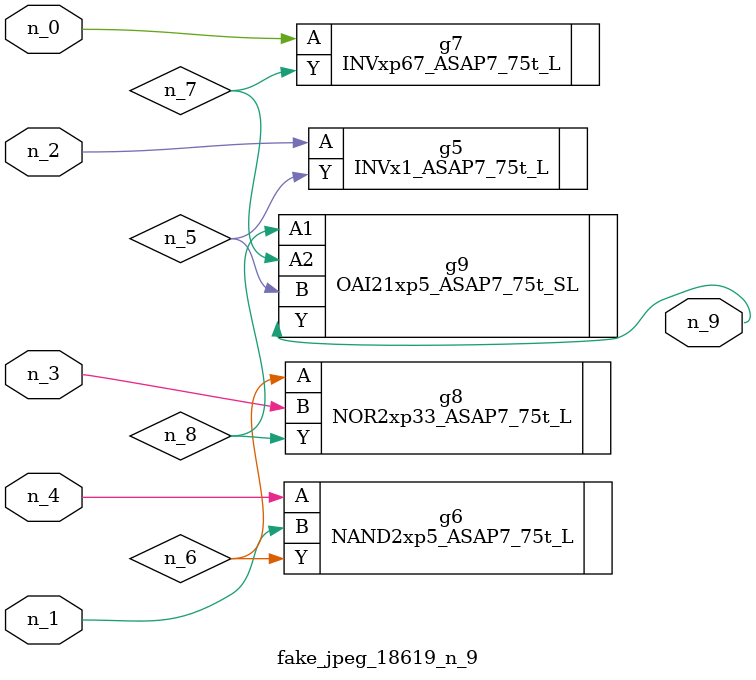
<source format=v>
module fake_jpeg_18619_n_9 (n_3, n_2, n_1, n_0, n_4, n_9);

input n_3;
input n_2;
input n_1;
input n_0;
input n_4;

output n_9;

wire n_8;
wire n_6;
wire n_5;
wire n_7;

INVx1_ASAP7_75t_L g5 ( 
.A(n_2),
.Y(n_5)
);

NAND2xp5_ASAP7_75t_L g6 ( 
.A(n_4),
.B(n_1),
.Y(n_6)
);

INVxp67_ASAP7_75t_L g7 ( 
.A(n_0),
.Y(n_7)
);

NOR2xp33_ASAP7_75t_L g8 ( 
.A(n_6),
.B(n_3),
.Y(n_8)
);

OAI21xp5_ASAP7_75t_SL g9 ( 
.A1(n_8),
.A2(n_7),
.B(n_5),
.Y(n_9)
);


endmodule
</source>
